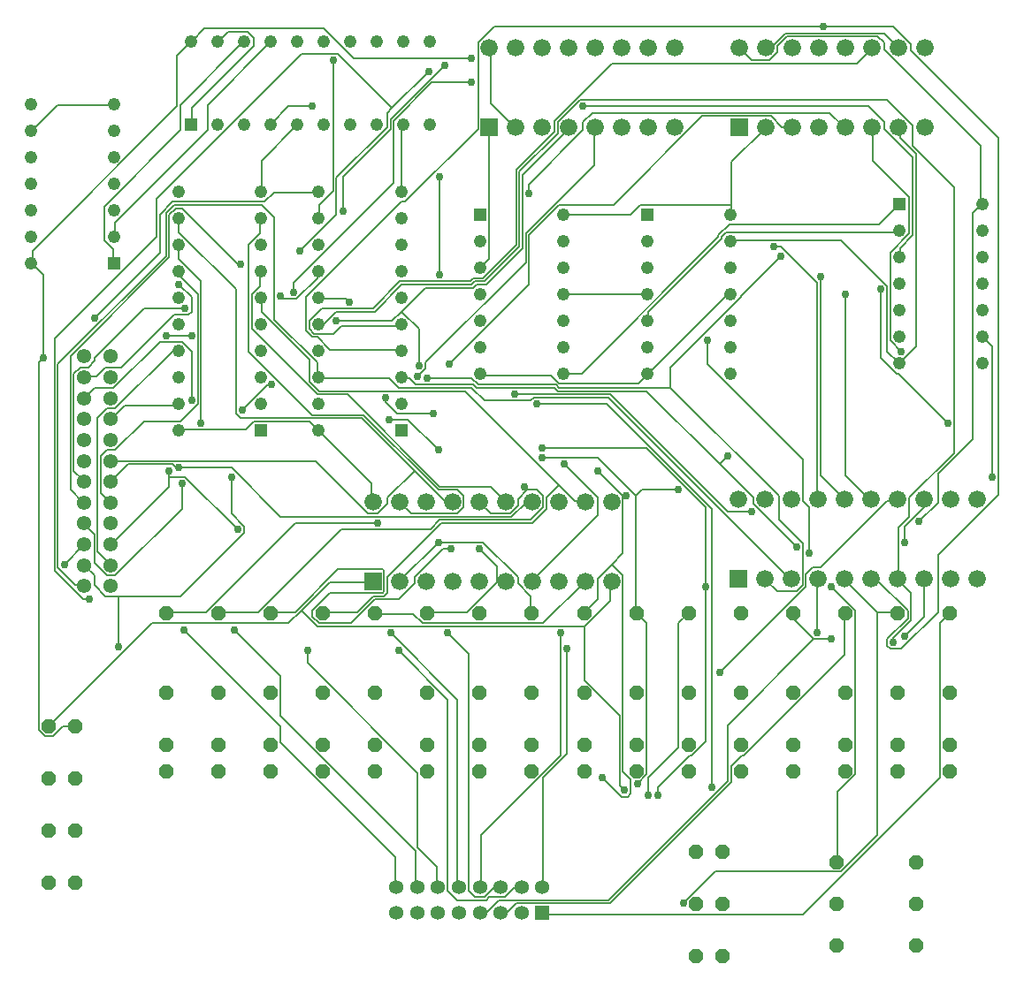
<source format=gbr>
G04 EAGLE Gerber RS-274X export*
G75*
%MOMM*%
%FSLAX34Y34*%
%LPD*%
%INBottom Copper*%
%IPPOS*%
%AMOC8*
5,1,8,0,0,1.08239X$1,22.5*%
G01*
%ADD10R,1.676400X1.676400*%
%ADD11C,1.676400*%
%ADD12C,1.381000*%
%ADD13R,1.358000X1.358000*%
%ADD14C,1.358000*%
%ADD15R,1.238000X1.238000*%
%ADD16C,1.238000*%
%ADD17P,1.429621X8X202.500000*%
%ADD18P,1.429621X8X22.500000*%
%ADD19P,1.429621X8X292.500000*%
%ADD20P,1.429621X8X112.500000*%
%ADD21C,0.152400*%
%ADD22C,0.756400*%


D10*
X728700Y844100D03*
D11*
X754100Y844100D03*
X779500Y844100D03*
X804900Y844100D03*
X830300Y844100D03*
X855700Y844100D03*
X881100Y844100D03*
X906500Y844100D03*
X906500Y920300D03*
X881100Y920300D03*
X855700Y920300D03*
X830300Y920300D03*
X804900Y920300D03*
X779500Y920300D03*
X754100Y920300D03*
X728700Y920300D03*
D10*
X489300Y844100D03*
D11*
X514700Y844100D03*
X540100Y844100D03*
X565500Y844100D03*
X590900Y844100D03*
X616300Y844100D03*
X641700Y844100D03*
X667100Y844100D03*
X667100Y920300D03*
X641700Y920300D03*
X616300Y920300D03*
X590900Y920300D03*
X565500Y920300D03*
X540100Y920300D03*
X514700Y920300D03*
X489300Y920300D03*
D10*
X377900Y409000D03*
D11*
X403300Y409000D03*
X428700Y409000D03*
X454100Y409000D03*
X479500Y409000D03*
X504900Y409000D03*
X530300Y409000D03*
X555700Y409000D03*
X581100Y409000D03*
X606500Y409000D03*
X606500Y485200D03*
X581100Y485200D03*
X555700Y485200D03*
X530300Y485200D03*
X504900Y485200D03*
X479500Y485200D03*
X454100Y485200D03*
X428700Y485200D03*
X403300Y485200D03*
X377900Y485200D03*
D10*
X727900Y411200D03*
D11*
X753300Y411200D03*
X778700Y411200D03*
X804100Y411200D03*
X829500Y411200D03*
X854900Y411200D03*
X880300Y411200D03*
X905700Y411200D03*
X931100Y411200D03*
X956500Y411200D03*
X956500Y487400D03*
X931100Y487400D03*
X905700Y487400D03*
X880300Y487400D03*
X854900Y487400D03*
X829500Y487400D03*
X804100Y487400D03*
X778700Y487400D03*
X753300Y487400D03*
X727900Y487400D03*
D12*
X101600Y404500D03*
X126600Y404500D03*
X101600Y424500D03*
X126600Y424500D03*
X101600Y444500D03*
X126600Y444500D03*
X101600Y464500D03*
X126600Y464500D03*
X101600Y484500D03*
X126600Y484500D03*
X101600Y504500D03*
X126600Y504500D03*
X101600Y524500D03*
X126600Y524500D03*
X101600Y544500D03*
X126600Y544500D03*
X101600Y564500D03*
X126600Y564500D03*
X101600Y584500D03*
X126600Y584500D03*
X101600Y604500D03*
X126600Y604500D03*
X101600Y624500D03*
X126600Y624500D03*
D13*
X540100Y91400D03*
D14*
X540100Y116400D03*
X520100Y91400D03*
X520100Y116400D03*
X500100Y91400D03*
X500100Y116400D03*
X480100Y91400D03*
X480100Y116400D03*
X460100Y91400D03*
X460100Y116400D03*
X440100Y91400D03*
X440100Y116400D03*
X420100Y91400D03*
X420100Y116400D03*
X400100Y91400D03*
X400100Y116400D03*
D15*
X270900Y553500D03*
D16*
X270900Y578900D03*
X270900Y604300D03*
X270900Y629700D03*
X270900Y655100D03*
X270900Y680500D03*
X270900Y705900D03*
X270900Y731300D03*
X270900Y756700D03*
X270900Y782100D03*
X191500Y782100D03*
X191500Y756700D03*
X191500Y731300D03*
X191500Y705900D03*
X191500Y680500D03*
X191500Y655100D03*
X191500Y629700D03*
X191500Y604300D03*
X191500Y578900D03*
X191500Y553500D03*
D15*
X405200Y553500D03*
D16*
X405200Y578900D03*
X405200Y604300D03*
X405200Y629700D03*
X405200Y655100D03*
X405200Y680500D03*
X405200Y705900D03*
X405200Y731300D03*
X405200Y756700D03*
X405200Y782100D03*
X325800Y782100D03*
X325800Y756700D03*
X325800Y731300D03*
X325800Y705900D03*
X325800Y680500D03*
X325800Y655100D03*
X325800Y629700D03*
X325800Y604300D03*
X325800Y578900D03*
X325800Y553500D03*
D15*
X480500Y760300D03*
D16*
X480500Y734900D03*
X480500Y709500D03*
X480500Y684100D03*
X480500Y658700D03*
X480500Y633300D03*
X480500Y607900D03*
X559900Y607900D03*
X559900Y633300D03*
X559900Y658700D03*
X559900Y684100D03*
X559900Y709500D03*
X559900Y734900D03*
X559900Y760300D03*
D15*
X640800Y760300D03*
D16*
X640800Y734900D03*
X640800Y709500D03*
X640800Y684100D03*
X640800Y658700D03*
X640800Y633300D03*
X640800Y607900D03*
X720200Y607900D03*
X720200Y633300D03*
X720200Y658700D03*
X720200Y684100D03*
X720200Y709500D03*
X720200Y734900D03*
X720200Y760300D03*
D15*
X203500Y846500D03*
D16*
X228900Y846500D03*
X254300Y846500D03*
X279700Y846500D03*
X305100Y846500D03*
X330500Y846500D03*
X355900Y846500D03*
X381300Y846500D03*
X406700Y846500D03*
X432100Y846500D03*
X432100Y925900D03*
X406700Y925900D03*
X381300Y925900D03*
X355900Y925900D03*
X330500Y925900D03*
X305100Y925900D03*
X279700Y925900D03*
X254300Y925900D03*
X228900Y925900D03*
X203500Y925900D03*
D15*
X882200Y770300D03*
D16*
X882200Y744900D03*
X882200Y719500D03*
X882200Y694100D03*
X882200Y668700D03*
X882200Y643300D03*
X882200Y617900D03*
X961600Y617900D03*
X961600Y643300D03*
X961600Y668700D03*
X961600Y694100D03*
X961600Y719500D03*
X961600Y744900D03*
X961600Y770300D03*
D17*
X712700Y150000D03*
X687300Y150000D03*
X712700Y100000D03*
X687300Y100000D03*
X712700Y50000D03*
X687300Y50000D03*
D18*
X821900Y140000D03*
X898100Y140000D03*
X821900Y100000D03*
X898100Y100000D03*
X821900Y60000D03*
X898100Y60000D03*
D19*
X880000Y252700D03*
X880000Y227300D03*
X830000Y252700D03*
X830000Y227300D03*
X780000Y252700D03*
X780000Y227300D03*
X730000Y252700D03*
X730000Y227300D03*
X680000Y252700D03*
X680000Y227300D03*
X630000Y252700D03*
X630000Y227300D03*
X580000Y252700D03*
X580000Y227300D03*
X530000Y252700D03*
X530000Y227300D03*
X480000Y252700D03*
X480000Y227300D03*
X430000Y252700D03*
X430000Y227300D03*
X380000Y252700D03*
X380000Y227300D03*
X330000Y252700D03*
X330000Y227300D03*
X280000Y252700D03*
X280000Y227300D03*
X230000Y252700D03*
X230000Y227300D03*
X180000Y252700D03*
X180000Y227300D03*
X930000Y252700D03*
X930000Y227300D03*
D20*
X880000Y301900D03*
X880000Y378100D03*
X830000Y301900D03*
X830000Y378100D03*
X780000Y301900D03*
X780000Y378100D03*
X730000Y301900D03*
X730000Y378100D03*
X680000Y301900D03*
X680000Y378100D03*
X630000Y301900D03*
X630000Y378100D03*
X580000Y301900D03*
X580000Y378100D03*
X530000Y301900D03*
X530000Y378100D03*
X480000Y301900D03*
X480000Y378100D03*
X430000Y301900D03*
X430000Y378100D03*
X380000Y301900D03*
X380000Y378100D03*
X330000Y301900D03*
X330000Y378100D03*
X280000Y301900D03*
X280000Y378100D03*
X230000Y301900D03*
X230000Y378100D03*
X180000Y301900D03*
X180000Y378100D03*
X930000Y301900D03*
X930000Y378100D03*
D18*
X67300Y270000D03*
X92700Y270000D03*
X67300Y220000D03*
X92700Y220000D03*
X67300Y170000D03*
X92700Y170000D03*
X67300Y120000D03*
X92700Y120000D03*
D15*
X129700Y713800D03*
D16*
X129700Y739200D03*
X129700Y764600D03*
X129700Y790000D03*
X129700Y815400D03*
X129700Y840800D03*
X129700Y866200D03*
X50300Y866200D03*
X50300Y840800D03*
X50300Y815400D03*
X50300Y790000D03*
X50300Y764600D03*
X50300Y739200D03*
X50300Y713800D03*
D21*
X490728Y867156D02*
X490728Y918972D01*
X490728Y867156D02*
X513588Y844296D01*
X490728Y918972D02*
X489300Y920300D01*
X513588Y844296D02*
X514700Y844100D01*
X720852Y810768D02*
X720852Y769620D01*
X720852Y760476D01*
X720852Y810768D02*
X752856Y842772D01*
X720852Y760476D02*
X720200Y760300D01*
X752856Y842772D02*
X754100Y844100D01*
X960120Y826008D02*
X960120Y771144D01*
X960120Y826008D02*
X867156Y918972D01*
X867156Y925068D01*
X861060Y931164D01*
X774192Y931164D01*
X765048Y922020D01*
X765048Y915924D01*
X757428Y908304D01*
X740664Y908304D01*
X729996Y918972D01*
X960120Y771144D02*
X961600Y770300D01*
X729996Y918972D02*
X728700Y920300D01*
X918972Y484632D02*
X900684Y466344D01*
X918972Y484632D02*
X918972Y512064D01*
X952500Y545592D01*
X952500Y762000D01*
X960120Y769620D01*
X961600Y770300D01*
X624840Y760476D02*
X560832Y760476D01*
X624840Y760476D02*
X633984Y769620D01*
X720852Y769620D01*
X560832Y760476D02*
X559900Y760300D01*
X256032Y554736D02*
X192024Y554736D01*
X256032Y554736D02*
X263652Y562356D01*
X316992Y562356D01*
X324612Y554736D01*
X192024Y554736D02*
X191500Y553500D01*
X324612Y554736D02*
X325800Y553500D01*
X376428Y502920D02*
X376428Y486156D01*
X376428Y502920D02*
X326136Y553212D01*
X376428Y486156D02*
X377900Y485200D01*
X326136Y553212D02*
X325800Y553500D01*
X51816Y714756D02*
X51816Y725424D01*
X190500Y864108D01*
X190500Y912876D01*
X202692Y925068D01*
X51816Y714756D02*
X50300Y713800D01*
X202692Y925068D02*
X203500Y925900D01*
X62484Y702564D02*
X62484Y623316D01*
X62484Y702564D02*
X51816Y713232D01*
X50300Y713800D01*
X80772Y269748D02*
X91440Y269748D01*
X80772Y269748D02*
X71628Y260604D01*
X64008Y260604D01*
X57912Y266700D01*
X57912Y618744D01*
X62484Y623316D01*
X92700Y270000D02*
X91440Y269748D01*
X204216Y582168D02*
X204216Y629412D01*
X195072Y638556D01*
X173736Y638556D01*
X129540Y594360D01*
X111252Y594360D01*
X102108Y585216D01*
X101600Y584500D01*
X359664Y909828D02*
X472440Y909828D01*
X359664Y909828D02*
X330708Y938784D01*
X216408Y938784D01*
X204216Y926592D01*
X203500Y925900D01*
D22*
X900684Y466344D03*
X62484Y623316D03*
X204216Y582168D03*
X472440Y909828D03*
D21*
X129540Y865632D02*
X76200Y865632D01*
X51816Y841248D01*
X129540Y865632D02*
X129700Y866200D01*
X51816Y841248D02*
X50300Y840800D01*
X271272Y812292D02*
X271272Y783336D01*
X271272Y812292D02*
X304800Y845820D01*
X271272Y783336D02*
X270900Y782100D01*
X304800Y845820D02*
X305100Y846500D01*
X405384Y845820D02*
X405384Y783336D01*
X405200Y782100D01*
X405384Y845820D02*
X406700Y846500D01*
X481584Y606552D02*
X548640Y606552D01*
X556260Y598932D01*
X632460Y598932D01*
X640080Y606552D01*
X481584Y606552D02*
X480500Y607900D01*
X640080Y606552D02*
X640800Y607900D01*
X716280Y682752D02*
X719328Y682752D01*
X716280Y682752D02*
X641604Y608076D01*
X719328Y682752D02*
X720200Y684100D01*
X641604Y608076D02*
X640800Y607900D01*
X376428Y408432D02*
X336804Y408432D01*
X309372Y381000D02*
X297180Y368808D01*
X309372Y381000D02*
X336804Y408432D01*
X297180Y368808D02*
X166116Y368808D01*
X68580Y271272D01*
X376428Y408432D02*
X377900Y409000D01*
X68580Y271272D02*
X67300Y270000D01*
X605028Y390144D02*
X605028Y408432D01*
X605028Y390144D02*
X580644Y365760D01*
X324612Y365760D01*
X309372Y381000D01*
X605028Y408432D02*
X606500Y409000D01*
X882396Y618744D02*
X897636Y633984D01*
X897636Y818388D01*
X882396Y833628D01*
X882396Y842772D01*
X882396Y618744D02*
X882200Y617900D01*
X882396Y842772D02*
X881100Y844100D01*
X970788Y633984D02*
X970788Y509016D01*
X970788Y633984D02*
X961644Y643128D01*
X961600Y643300D01*
X758952Y920496D02*
X754380Y920496D01*
X758952Y920496D02*
X772668Y934212D01*
X867156Y934212D01*
X880872Y920496D01*
X754380Y920496D02*
X754100Y920300D01*
X880872Y920496D02*
X881100Y920300D01*
X580644Y365760D02*
X580644Y313944D01*
X614172Y280416D01*
X614172Y213360D01*
X618744Y208788D01*
X720852Y736092D02*
X826008Y736092D01*
X870204Y691896D01*
X870204Y629412D01*
X880872Y618744D01*
X720200Y734900D02*
X720852Y736092D01*
X880872Y618744D02*
X882200Y617900D01*
D22*
X970788Y509016D03*
X618744Y208788D03*
D21*
X393192Y603504D02*
X326136Y603504D01*
X393192Y603504D02*
X402336Y594360D01*
X472440Y594360D01*
X484632Y582168D01*
X528828Y582168D01*
X531876Y585216D01*
X603504Y585216D01*
X777240Y411480D01*
X326136Y603504D02*
X325800Y604300D01*
X777240Y411480D02*
X778700Y411200D01*
X100584Y405384D02*
X92964Y405384D01*
X76200Y422148D01*
X76200Y617220D01*
X179832Y720852D01*
X179832Y762000D01*
X187452Y769620D01*
X271272Y769620D01*
X283464Y757428D01*
X283464Y659892D01*
X324612Y618744D01*
X324612Y605028D01*
X101600Y404500D02*
X100584Y405384D01*
X324612Y605028D02*
X325800Y604300D01*
X280416Y597408D02*
X277368Y597408D01*
X252984Y573024D01*
X242316Y509016D02*
X242316Y473964D01*
X254508Y461772D01*
X254508Y455676D01*
X193548Y394716D01*
X134112Y394716D02*
X121920Y394716D01*
X134112Y394716D02*
X193548Y394716D01*
X121920Y394716D02*
X111252Y405384D01*
X111252Y414528D01*
X102108Y423672D01*
X101600Y424500D01*
X803148Y409956D02*
X803148Y359664D01*
X134112Y345948D02*
X134112Y394716D01*
X803148Y409956D02*
X804100Y411200D01*
D22*
X280416Y597408D03*
X252984Y573024D03*
X242316Y509016D03*
X803148Y359664D03*
X134112Y345948D03*
D21*
X326136Y655320D02*
X330708Y655320D01*
X342900Y667512D01*
X379476Y667512D01*
X405384Y693420D01*
X472440Y693420D01*
X475488Y696468D01*
X484632Y696468D01*
X518160Y729996D01*
X518160Y801624D01*
X554736Y838200D01*
X554736Y848868D01*
X576072Y870204D01*
X870204Y870204D01*
X894588Y845820D01*
X894588Y826008D01*
X934212Y786384D01*
X934212Y531876D01*
X891540Y489204D01*
X891540Y470916D01*
X880872Y460248D01*
X880872Y411480D01*
X326136Y655320D02*
X325800Y655100D01*
X880300Y411200D02*
X880872Y411480D01*
X101600Y444500D02*
X82296Y425196D01*
X876300Y355092D02*
X876300Y350520D01*
X876300Y355092D02*
X893064Y371856D01*
X893064Y397764D01*
X880872Y409956D01*
X880300Y411200D01*
D22*
X82296Y425196D03*
X876300Y350520D03*
D21*
X352044Y679704D02*
X326136Y679704D01*
X352044Y679704D02*
X355092Y676656D01*
X195072Y502920D02*
X195072Y478536D01*
X131064Y414528D01*
X123444Y414528D01*
X111252Y426720D01*
X111252Y454152D01*
X102108Y463296D01*
X326136Y679704D02*
X325800Y680500D01*
X101600Y464500D02*
X102108Y463296D01*
X905256Y409956D02*
X905256Y374904D01*
X886968Y356616D01*
X905256Y409956D02*
X905700Y411200D01*
D22*
X355092Y676656D03*
X195072Y502920D03*
X886968Y356616D03*
D21*
X324612Y699516D02*
X324612Y705612D01*
X324612Y699516D02*
X304800Y679704D01*
X292608Y679704D01*
X289560Y682752D01*
X251460Y713232D02*
X248412Y713232D01*
X195072Y766572D01*
X188976Y766572D01*
X182880Y760476D01*
X182880Y719328D01*
X88392Y624840D01*
X88392Y496824D01*
X100584Y484632D01*
X324612Y705612D02*
X325800Y705900D01*
X101600Y484500D02*
X100584Y484632D01*
X905256Y486156D02*
X905256Y480060D01*
X886968Y461772D01*
X886968Y446532D01*
X905256Y486156D02*
X905700Y487400D01*
D22*
X289560Y682752D03*
X251460Y713232D03*
X886968Y446532D03*
D21*
X198120Y670560D02*
X158496Y670560D01*
X111252Y623316D01*
X111252Y620268D01*
X105156Y614172D01*
X97536Y614172D01*
X91440Y608076D01*
X91440Y515112D01*
X100584Y505968D01*
X101600Y504500D01*
X870204Y486156D02*
X879348Y486156D01*
X870204Y486156D02*
X806196Y422148D01*
X798576Y422148D01*
X792480Y416052D01*
X792480Y403860D01*
X710184Y321564D01*
X879348Y486156D02*
X880300Y487400D01*
D22*
X198120Y670560D03*
X710184Y321564D03*
D21*
X326136Y757428D02*
X326136Y769620D01*
X339852Y783336D01*
X339852Y908304D01*
X326136Y757428D02*
X325800Y756700D01*
X803148Y694944D02*
X803148Y487680D01*
X803148Y694944D02*
X768096Y729996D01*
X762000Y729996D01*
X803148Y487680D02*
X804100Y487400D01*
D22*
X339852Y908304D03*
X762000Y729996D03*
D21*
X324612Y781812D02*
X283464Y781812D01*
X274320Y772668D01*
X185928Y772668D01*
X173736Y760476D01*
X173736Y723900D01*
X111252Y661416D01*
X324612Y781812D02*
X325800Y782100D01*
X717804Y475488D02*
X740664Y475488D01*
X717804Y475488D02*
X605028Y588264D01*
X513588Y588264D01*
D22*
X111252Y661416D03*
X740664Y475488D03*
X513588Y588264D03*
D21*
X190500Y629412D02*
X185928Y629412D01*
X131064Y574548D01*
X123444Y574548D01*
X114300Y565404D01*
X114300Y437388D01*
X126492Y425196D01*
X190500Y629412D02*
X191500Y629700D01*
X126492Y425196D02*
X126600Y424500D01*
X182880Y499872D02*
X182880Y509016D01*
X182880Y515112D01*
X182880Y499872D02*
X128016Y445008D01*
X126600Y444500D01*
X198120Y509016D02*
X248412Y458724D01*
X198120Y509016D02*
X182880Y509016D01*
X560832Y521208D02*
X592836Y489204D01*
X592836Y472440D01*
X530352Y409956D01*
X530300Y409000D01*
D22*
X182880Y515112D03*
X248412Y458724D03*
X560832Y521208D03*
D21*
X641604Y659892D02*
X641604Y667512D01*
X711708Y737616D01*
X711708Y739140D01*
X716280Y743712D01*
X880872Y743712D01*
X641604Y659892D02*
X640800Y658700D01*
X880872Y743712D02*
X882200Y744900D01*
X192024Y705612D02*
X192024Y702564D01*
X210312Y684276D01*
X210312Y579120D01*
X193548Y562356D01*
X158496Y562356D01*
X131064Y534924D01*
X123444Y534924D01*
X117348Y528828D01*
X117348Y493776D01*
X126492Y484632D01*
X192024Y705612D02*
X191500Y705900D01*
X126492Y484632D02*
X126600Y484500D01*
X192024Y717804D02*
X192024Y729996D01*
X192024Y717804D02*
X213360Y696468D01*
X213360Y560832D01*
X192024Y518160D02*
X188976Y518160D01*
X185928Y521208D01*
X143256Y521208D01*
X128016Y505968D01*
X192024Y729996D02*
X191500Y731300D01*
X128016Y505968D02*
X126600Y504500D01*
X524256Y484632D02*
X528828Y484632D01*
X524256Y484632D02*
X510540Y470916D01*
X289560Y470916D01*
X242316Y518160D01*
X192024Y518160D01*
X528828Y484632D02*
X530300Y485200D01*
D22*
X213360Y560832D03*
X192024Y518160D03*
D21*
X192024Y743712D02*
X192024Y755904D01*
X192024Y743712D02*
X246888Y688848D01*
X246888Y569976D01*
X251460Y565404D01*
X367284Y565404D01*
X417576Y515112D02*
X446532Y486156D01*
X417576Y515112D02*
X367284Y565404D01*
X446532Y486156D02*
X452628Y486156D01*
X192024Y755904D02*
X191500Y756700D01*
X452628Y486156D02*
X454100Y485200D01*
X323088Y524256D02*
X128016Y524256D01*
X323088Y524256D02*
X373380Y473964D01*
X382524Y473964D01*
X391668Y483108D01*
X391668Y489204D01*
X417576Y515112D01*
X128016Y524256D02*
X126600Y524500D01*
X429768Y603504D02*
X472440Y603504D01*
X478536Y597408D01*
X553212Y597408D01*
X556260Y594360D01*
X662940Y594360D01*
X766572Y490728D01*
X766572Y467868D01*
X789432Y445008D01*
X789432Y405384D01*
X783336Y399288D01*
X765048Y399288D01*
X754380Y409956D01*
X753300Y411200D01*
X789432Y89916D02*
X541020Y89916D01*
X789432Y89916D02*
X920496Y220980D01*
X920496Y368808D01*
X929640Y377952D01*
X540100Y91400D02*
X541020Y89916D01*
X929640Y377952D02*
X930000Y378100D01*
X729996Y682752D02*
X768096Y720852D01*
X729996Y682752D02*
X729996Y681228D01*
X662940Y614172D01*
X662940Y594360D01*
D22*
X429768Y603504D03*
X768096Y720852D03*
D21*
X413004Y603504D02*
X405384Y603504D01*
X413004Y603504D02*
X419100Y597408D01*
X473964Y597408D01*
X477012Y594360D01*
X551688Y594360D01*
X554736Y591312D01*
X640080Y591312D01*
X710184Y521208D02*
X742188Y489204D01*
X710184Y521208D02*
X640080Y591312D01*
X742188Y489204D02*
X742188Y483108D01*
X783336Y441960D01*
X405384Y603504D02*
X405200Y604300D01*
X861060Y379476D02*
X879348Y379476D01*
X861060Y379476D02*
X830580Y409956D01*
X879348Y379476D02*
X880000Y378100D01*
X830580Y409956D02*
X829500Y411200D01*
X705612Y131064D02*
X675132Y100584D01*
X705612Y131064D02*
X826008Y131064D01*
X861060Y166116D01*
X861060Y379476D01*
X717804Y528828D02*
X710184Y521208D01*
D22*
X783336Y441960D03*
X675132Y100584D03*
X717804Y528828D03*
D21*
X505968Y91440D02*
X501396Y91440D01*
X505968Y91440D02*
X515112Y100584D01*
X605028Y100584D01*
X720852Y216408D01*
X720852Y231648D01*
X731520Y242316D01*
X733044Y242316D01*
X829056Y338328D01*
X829056Y377952D01*
X501396Y91440D02*
X500100Y91400D01*
X829056Y377952D02*
X830000Y378100D01*
X403860Y630936D02*
X336804Y630936D01*
X324612Y643128D01*
X320040Y643128D01*
X313944Y649224D01*
X313944Y681228D01*
X405384Y772668D01*
X408432Y772668D01*
X478536Y842772D01*
X478536Y925068D01*
X493776Y940308D01*
X809244Y940308D01*
X405200Y629700D02*
X403860Y630936D01*
X854964Y409956D02*
X861060Y409956D01*
X890016Y381000D01*
X890016Y373380D01*
X870204Y353568D01*
X870204Y347472D01*
X873252Y344424D01*
X883920Y344424D01*
X918972Y379476D01*
X918972Y434340D01*
X976884Y492252D01*
X976884Y833628D01*
X893064Y917448D01*
X893064Y923544D01*
X876300Y940308D01*
X809244Y940308D01*
X854900Y411200D02*
X854964Y409956D01*
D22*
X809244Y940308D03*
D21*
X780288Y377952D02*
X780288Y373380D01*
X800100Y353568D01*
X816864Y353568D01*
X780288Y377952D02*
X780000Y378100D01*
X486156Y91440D02*
X481584Y91440D01*
X486156Y91440D02*
X498348Y103632D01*
X603504Y103632D01*
X717804Y217932D01*
X717804Y271272D01*
X800100Y353568D01*
X481584Y91440D02*
X480100Y91400D01*
X403860Y653796D02*
X347472Y653796D01*
X339852Y646176D01*
X321564Y646176D01*
X316992Y650748D01*
X316992Y658368D01*
X329184Y670560D01*
X377952Y670560D01*
X403860Y696468D01*
X470916Y696468D01*
X473964Y699516D01*
X483108Y699516D01*
X515112Y731520D01*
X515112Y803148D01*
X551688Y839724D01*
X551688Y850392D01*
X606552Y905256D01*
X841248Y905256D01*
X854964Y918972D01*
X405200Y655100D02*
X403860Y653796D01*
X854964Y918972D02*
X855700Y920300D01*
D22*
X816864Y353568D03*
D21*
X617220Y490728D02*
X592836Y515112D01*
X617220Y490728D02*
X617220Y435864D01*
X606552Y425196D02*
X592836Y411480D01*
X606552Y425196D02*
X617220Y435864D01*
X592836Y411480D02*
X592836Y391668D01*
X580644Y379476D01*
X580000Y378100D01*
X597408Y220980D02*
X615696Y202692D01*
X621792Y202692D01*
X624840Y205740D01*
X624840Y219456D01*
X617220Y227076D01*
X617220Y414528D01*
X606552Y425196D01*
X617220Y490728D02*
X620268Y490728D01*
X769620Y844296D02*
X778764Y844296D01*
X769620Y844296D02*
X758952Y854964D01*
X693420Y854964D01*
X608076Y769620D01*
X556260Y769620D01*
X527304Y740664D01*
X527304Y693420D01*
X451104Y617220D01*
X778764Y844296D02*
X779500Y844100D01*
D22*
X592836Y515112D03*
X597408Y220980D03*
X620268Y490728D03*
X451104Y617220D03*
D21*
X539496Y527304D02*
X592836Y527304D01*
X629412Y490728D01*
X629412Y379476D01*
X630000Y378100D01*
X640080Y224028D02*
X630936Y214884D01*
X640080Y224028D02*
X640080Y368808D01*
X630936Y377952D01*
X630000Y378100D01*
X635508Y496824D02*
X670560Y496824D01*
X635508Y496824D02*
X629412Y490728D01*
X806196Y510540D02*
X806196Y701040D01*
X806196Y510540D02*
X829056Y487680D01*
X829500Y487400D01*
D22*
X539496Y527304D03*
X630936Y214884D03*
X670560Y496824D03*
X806196Y701040D03*
D21*
X527304Y780288D02*
X527304Y789432D01*
X579120Y841248D01*
X579120Y848868D01*
X588264Y858012D01*
X815340Y858012D01*
X829056Y844296D01*
X830300Y844100D01*
X641604Y220980D02*
X641604Y204216D01*
X641604Y220980D02*
X670560Y249936D01*
X670560Y368808D01*
X679704Y377952D01*
X680000Y378100D01*
X830580Y510540D02*
X830580Y684276D01*
X830580Y510540D02*
X853440Y487680D01*
X854900Y487400D01*
D22*
X527304Y780288D03*
X641604Y204216D03*
X830580Y684276D03*
D21*
X411480Y563880D02*
X393192Y563880D01*
X411480Y563880D02*
X440436Y534924D01*
X440436Y446532D02*
X403860Y409956D01*
X403300Y409000D01*
X528828Y394716D02*
X528828Y379476D01*
X528828Y394716D02*
X516636Y406908D01*
X516636Y413004D01*
X483108Y446532D01*
X440436Y446532D01*
X528828Y379476D02*
X530000Y378100D01*
X541020Y220980D02*
X541020Y117348D01*
X541020Y220980D02*
X563880Y243840D01*
X563880Y344424D01*
X541020Y117348D02*
X540100Y116400D01*
D22*
X393192Y563880D03*
X440436Y534924D03*
X440436Y446532D03*
X563880Y344424D03*
D21*
X519684Y115824D02*
X513588Y115824D01*
X504444Y106680D01*
X489204Y106680D01*
X486156Y103632D01*
X458724Y103632D01*
X449580Y112776D01*
X449580Y295656D01*
X402336Y342900D01*
X520100Y116400D02*
X519684Y115824D01*
X307848Y725424D02*
X342900Y760476D01*
X342900Y795528D01*
X391668Y844296D01*
X391668Y858012D01*
X396240Y862584D02*
X431292Y897636D01*
X396240Y862584D02*
X391668Y858012D01*
X106680Y391668D02*
X100584Y391668D01*
X73152Y419100D01*
X73152Y641604D01*
X170688Y739140D01*
X170688Y775716D01*
X309372Y914400D01*
X344424Y914400D01*
X396240Y862584D01*
D22*
X402336Y342900D03*
X307848Y725424D03*
X431292Y897636D03*
X106680Y391668D03*
D21*
X431292Y379476D02*
X467868Y379476D01*
X496824Y408432D01*
X504444Y408432D01*
X431292Y379476D02*
X430000Y378100D01*
X504444Y408432D02*
X504900Y409000D01*
X499872Y115824D02*
X493776Y115824D01*
X484632Y106680D01*
X475488Y106680D01*
X469392Y112776D01*
X469392Y339852D01*
X449580Y359664D01*
X500100Y116400D02*
X499872Y115824D01*
X348996Y763524D02*
X348996Y797052D01*
X394716Y842772D01*
X394716Y851916D01*
X446532Y903732D01*
X496824Y423672D02*
X496824Y408432D01*
X496824Y423672D02*
X480060Y440436D01*
X435864Y569976D02*
X400812Y569976D01*
X390144Y580644D01*
X390144Y585216D01*
X496824Y408432D02*
X504900Y409000D01*
D22*
X449580Y359664D03*
X348996Y763524D03*
X446532Y903732D03*
X480060Y440436D03*
X435864Y569976D03*
X390144Y585216D03*
D21*
X381000Y377952D02*
X416052Y377952D01*
X425196Y368808D01*
X541020Y368808D01*
X580644Y408432D01*
X381000Y377952D02*
X380000Y378100D01*
X580644Y408432D02*
X581100Y409000D01*
X481584Y166116D02*
X481584Y117348D01*
X481584Y166116D02*
X557784Y242316D01*
X557784Y359664D01*
X481584Y117348D02*
X480100Y116400D01*
X301752Y685800D02*
X301752Y694944D01*
X397764Y790956D01*
X397764Y850392D01*
X434340Y886968D01*
X472440Y886968D01*
X204216Y644652D02*
X179832Y644652D01*
D22*
X557784Y359664D03*
X301752Y685800D03*
X472440Y886968D03*
X179832Y644652D03*
X204216Y644652D03*
D21*
X271272Y667512D02*
X271272Y679704D01*
X271272Y667512D02*
X316992Y621792D01*
X316992Y600456D01*
X326136Y591312D01*
X466344Y591312D01*
X556260Y501396D02*
X571500Y486156D01*
X556260Y501396D02*
X466344Y591312D01*
X571500Y486156D02*
X580644Y486156D01*
X271272Y679704D02*
X270900Y680500D01*
X580644Y486156D02*
X581100Y485200D01*
X362712Y379476D02*
X330708Y379476D01*
X362712Y379476D02*
X377952Y394716D01*
X388620Y394716D01*
X391668Y397764D01*
X391668Y413004D01*
X443484Y464820D01*
X530352Y464820D01*
X544068Y478536D01*
X544068Y489204D01*
X556260Y501396D01*
X330708Y379476D02*
X330000Y378100D01*
X458724Y295656D02*
X458724Y117348D01*
X458724Y295656D02*
X394716Y359664D01*
X458724Y117348D02*
X460100Y116400D01*
D22*
X394716Y359664D03*
D21*
X315468Y342900D02*
X315468Y330708D01*
X420624Y225552D01*
X420624Y153924D01*
X438912Y135636D01*
X438912Y117348D01*
X440100Y116400D01*
X269748Y691896D02*
X269748Y705612D01*
X269748Y691896D02*
X262128Y684276D01*
X262128Y650748D01*
X324612Y588264D01*
X353568Y588264D01*
X441960Y499872D01*
X490728Y499872D01*
X504444Y486156D01*
X270900Y705900D02*
X269748Y705612D01*
X504444Y486156D02*
X504900Y485200D01*
X589788Y807720D02*
X589788Y842772D01*
X589788Y807720D02*
X524256Y742188D01*
X524256Y714756D01*
X428244Y618744D01*
X428244Y612648D01*
X420624Y605028D01*
X589788Y842772D02*
X590900Y844100D01*
X303276Y379476D02*
X280416Y379476D01*
X303276Y379476D02*
X344424Y420624D01*
X387096Y420624D01*
X388620Y419100D01*
X388620Y399288D01*
X387096Y397764D01*
X336804Y397764D01*
X320040Y381000D01*
X320040Y374904D01*
X326136Y368808D01*
X356616Y368808D01*
X379476Y391668D01*
X402336Y391668D01*
X417576Y406908D01*
X417576Y413004D01*
X445008Y440436D01*
X452628Y440436D01*
X280416Y379476D02*
X280000Y378100D01*
D22*
X315468Y342900D03*
X420624Y605028D03*
X452628Y440436D03*
D21*
X396240Y658368D02*
X342900Y658368D01*
X405384Y667512D02*
X428244Y690372D01*
X405384Y667512D02*
X396240Y658368D01*
X428244Y690372D02*
X473964Y690372D01*
X477012Y693420D01*
X486156Y693420D01*
X521208Y728472D01*
X521208Y798576D01*
X565404Y842772D01*
X565500Y844100D01*
X268224Y379476D02*
X230124Y379476D01*
X268224Y379476D02*
X347472Y458724D01*
X432816Y458724D01*
X441960Y467868D01*
X528828Y467868D01*
X541020Y480060D01*
X541020Y490728D01*
X534924Y496824D01*
X525780Y496824D01*
X516636Y487680D01*
X516636Y481584D01*
X509016Y473964D01*
X490728Y473964D01*
X480060Y484632D01*
X230124Y379476D02*
X230000Y378100D01*
X479500Y485200D02*
X480060Y484632D01*
X419100Y150876D02*
X419100Y117348D01*
X419100Y150876D02*
X289560Y280416D01*
X289560Y318516D01*
X245364Y362712D01*
X419100Y117348D02*
X420100Y116400D01*
X422148Y650748D02*
X405384Y667512D01*
X422148Y650748D02*
X422148Y615696D01*
X522732Y499872D02*
X525780Y496824D01*
D22*
X342900Y658368D03*
X245364Y362712D03*
X422148Y615696D03*
X522732Y499872D03*
D21*
X217932Y379476D02*
X181356Y379476D01*
X217932Y379476D02*
X303276Y464820D01*
X382524Y464820D01*
X181356Y379476D02*
X180000Y378100D01*
X399288Y144780D02*
X399288Y117348D01*
X399288Y144780D02*
X289560Y254508D01*
X289560Y269748D01*
X196596Y362712D01*
X399288Y117348D02*
X400100Y116400D01*
X269748Y742188D02*
X269748Y755904D01*
X269748Y742188D02*
X259080Y731520D01*
X259080Y629412D01*
X320040Y568452D01*
X368808Y568452D01*
X440436Y496824D01*
X458724Y496824D01*
X464820Y490728D01*
X464820Y480060D01*
X458724Y473964D01*
X414528Y473964D01*
X403860Y484632D01*
X269748Y755904D02*
X270900Y756700D01*
X403300Y485200D02*
X403860Y484632D01*
D22*
X382524Y464820D03*
X196596Y362712D03*
D21*
X539496Y536448D02*
X640080Y536448D01*
X696468Y480060D01*
X696468Y403860D01*
X650748Y211836D02*
X650748Y204216D01*
X650748Y211836D02*
X681228Y242316D01*
X682752Y242316D01*
X696468Y256032D01*
X696468Y403860D01*
X856488Y812292D02*
X856488Y842772D01*
X856488Y812292D02*
X891540Y777240D01*
X891540Y742188D01*
X873252Y723900D01*
X873252Y640080D01*
X883920Y629412D01*
X856488Y842772D02*
X855700Y844100D01*
D22*
X539496Y536448D03*
X696468Y403860D03*
X650748Y204216D03*
X883920Y629412D03*
D21*
X190500Y577596D02*
X140208Y577596D01*
X128016Y565404D01*
X190500Y577596D02*
X191500Y578900D01*
X128016Y565404D02*
X126600Y564500D01*
X489204Y717804D02*
X489204Y842772D01*
X489204Y717804D02*
X481584Y710184D01*
X489204Y842772D02*
X489300Y844100D01*
X481584Y710184D02*
X480500Y709500D01*
X204216Y847344D02*
X204216Y862584D01*
X263652Y922020D01*
X263652Y929640D01*
X257556Y935736D01*
X239268Y935736D01*
X230124Y926592D01*
X204216Y847344D02*
X203500Y846500D01*
X228900Y925900D02*
X230124Y926592D01*
X112776Y605028D02*
X102108Y605028D01*
X112776Y605028D02*
X121920Y614172D01*
X137160Y614172D01*
X187452Y664464D01*
X201168Y664464D01*
X204216Y667512D01*
X204216Y681228D01*
X192024Y693420D01*
X102108Y605028D02*
X101600Y604500D01*
D22*
X192024Y693420D03*
D21*
X560832Y684276D02*
X640080Y684276D01*
X560832Y684276D02*
X559900Y684100D01*
X640080Y684276D02*
X640800Y684100D01*
X822960Y207264D02*
X822960Y140208D01*
X822960Y207264D02*
X839724Y224028D01*
X839724Y381000D01*
X816864Y403860D01*
X795528Y435864D02*
X795528Y480060D01*
X789432Y486156D01*
X789432Y525780D01*
X697992Y617220D01*
X697992Y640080D01*
X821900Y140000D02*
X822960Y140208D01*
D22*
X816864Y403860D03*
X795528Y435864D03*
X697992Y640080D03*
D21*
X441960Y702564D02*
X441960Y797052D01*
X702564Y478536D02*
X702564Y211836D01*
X702564Y478536D02*
X601980Y579120D01*
X534924Y579120D01*
D22*
X441960Y797052D03*
X441960Y702564D03*
X702564Y211836D03*
X534924Y579120D03*
D21*
X560832Y608076D02*
X577596Y608076D01*
X708660Y739140D01*
X708660Y740664D01*
X719328Y751332D01*
X862584Y751332D01*
X880872Y769620D01*
X560832Y608076D02*
X559900Y607900D01*
X880872Y769620D02*
X882200Y770300D01*
X882396Y728472D02*
X882396Y720852D01*
X882396Y728472D02*
X894588Y740664D01*
X894588Y815340D01*
X867156Y842772D01*
X867156Y848868D01*
X851916Y864108D01*
X579120Y864108D01*
X320040Y864108D02*
X297180Y864108D01*
X280416Y847344D01*
X882396Y720852D02*
X882200Y719500D01*
X280416Y847344D02*
X279700Y846500D01*
X880872Y608076D02*
X928116Y560832D01*
X880872Y608076D02*
X879348Y608076D01*
X864108Y623316D01*
X864108Y688848D01*
D22*
X579120Y864108D03*
X320040Y864108D03*
X928116Y560832D03*
X864108Y688848D03*
D21*
X129540Y714756D02*
X129540Y726948D01*
X120396Y736092D01*
X120396Y768096D01*
X193548Y841248D01*
X193548Y865632D01*
X252984Y925068D01*
X129540Y714756D02*
X129700Y713800D01*
X252984Y925068D02*
X254300Y925900D01*
X131064Y752856D02*
X131064Y740664D01*
X131064Y752856D02*
X219456Y841248D01*
X219456Y865632D01*
X278892Y925068D01*
X131064Y740664D02*
X129700Y739200D01*
X278892Y925068D02*
X279700Y925900D01*
M02*

</source>
